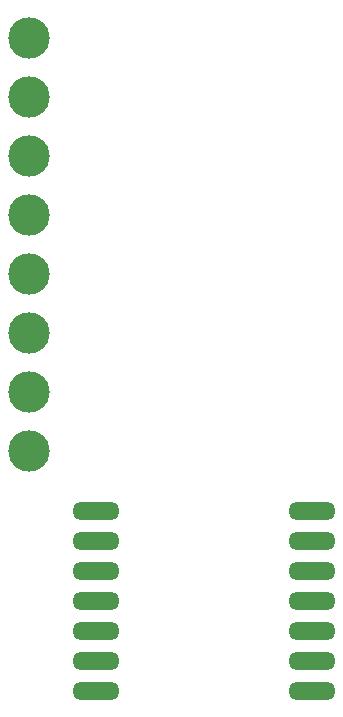
<source format=gbr>
%TF.GenerationSoftware,KiCad,Pcbnew,9.0.0*%
%TF.CreationDate,2025-03-13T19:38:56+01:00*%
%TF.ProjectId,RoomUnit_MQTT_PCB,526f6f6d-556e-4697-945f-4d5154545f50,rev?*%
%TF.SameCoordinates,Original*%
%TF.FileFunction,Soldermask,Bot*%
%TF.FilePolarity,Negative*%
%FSLAX46Y46*%
G04 Gerber Fmt 4.6, Leading zero omitted, Abs format (unit mm)*
G04 Created by KiCad (PCBNEW 9.0.0) date 2025-03-13 19:38:56*
%MOMM*%
%LPD*%
G01*
G04 APERTURE LIST*
%ADD10O,4.000000X1.524000*%
%ADD11C,3.500000*%
G04 APERTURE END LIST*
D10*
%TO.C,J2*%
X158000000Y-98000000D03*
X158000000Y-95460000D03*
X158000000Y-92920000D03*
X158000000Y-90380000D03*
X158000000Y-87840000D03*
X158000000Y-85300000D03*
X158000000Y-82760000D03*
%TD*%
%TO.C,J1*%
X176300000Y-98000000D03*
X176300000Y-95460000D03*
X176300000Y-92920000D03*
X176300000Y-90380000D03*
X176300000Y-87840000D03*
X176300000Y-85300000D03*
X176300000Y-82760000D03*
%TD*%
D11*
%TO.C,U4*%
X152350000Y-42700000D03*
X152350000Y-47700000D03*
X152350000Y-52700000D03*
X152350000Y-57700000D03*
X152350000Y-62700000D03*
X152350000Y-67700000D03*
X152350000Y-72700000D03*
X152350000Y-77700000D03*
%TD*%
M02*

</source>
